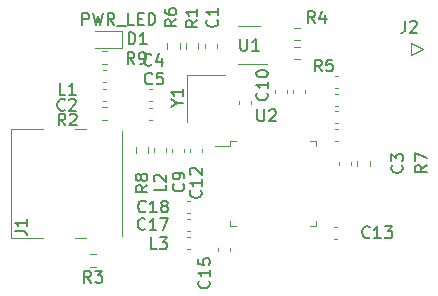
<source format=gto>
G04 #@! TF.GenerationSoftware,KiCad,Pcbnew,(5.1.8-0-10_14)*
G04 #@! TF.CreationDate,2021-07-18T19:29:47+09:00*
G04 #@! TF.ProjectId,ft2232_jtag_tap,66743232-3332-45f6-9a74-61675f746170,rev?*
G04 #@! TF.SameCoordinates,Original*
G04 #@! TF.FileFunction,Legend,Top*
G04 #@! TF.FilePolarity,Positive*
%FSLAX46Y46*%
G04 Gerber Fmt 4.6, Leading zero omitted, Abs format (unit mm)*
G04 Created by KiCad (PCBNEW (5.1.8-0-10_14)) date 2021-07-18 19:29:47*
%MOMM*%
%LPD*%
G01*
G04 APERTURE LIST*
%ADD10C,0.150000*%
%ADD11C,0.120000*%
G04 APERTURE END LIST*
D10*
X56298571Y-101562380D02*
X56298571Y-100562380D01*
X56679523Y-100562380D01*
X56774761Y-100610000D01*
X56822380Y-100657619D01*
X56870000Y-100752857D01*
X56870000Y-100895714D01*
X56822380Y-100990952D01*
X56774761Y-101038571D01*
X56679523Y-101086190D01*
X56298571Y-101086190D01*
X57203333Y-100562380D02*
X57441428Y-101562380D01*
X57631904Y-100848095D01*
X57822380Y-101562380D01*
X58060476Y-100562380D01*
X59012857Y-101562380D02*
X58679523Y-101086190D01*
X58441428Y-101562380D02*
X58441428Y-100562380D01*
X58822380Y-100562380D01*
X58917619Y-100610000D01*
X58965238Y-100657619D01*
X59012857Y-100752857D01*
X59012857Y-100895714D01*
X58965238Y-100990952D01*
X58917619Y-101038571D01*
X58822380Y-101086190D01*
X58441428Y-101086190D01*
X59203333Y-101657619D02*
X59965238Y-101657619D01*
X60679523Y-101562380D02*
X60203333Y-101562380D01*
X60203333Y-100562380D01*
X61012857Y-101038571D02*
X61346190Y-101038571D01*
X61489047Y-101562380D02*
X61012857Y-101562380D01*
X61012857Y-100562380D01*
X61489047Y-100562380D01*
X61917619Y-101562380D02*
X61917619Y-100562380D01*
X62155714Y-100562380D01*
X62298571Y-100610000D01*
X62393809Y-100705238D01*
X62441428Y-100800476D01*
X62489047Y-100990952D01*
X62489047Y-101133809D01*
X62441428Y-101324285D01*
X62393809Y-101419523D01*
X62298571Y-101514761D01*
X62155714Y-101562380D01*
X61917619Y-101562380D01*
D11*
X84150000Y-104070000D02*
X85150000Y-103570000D01*
X84150000Y-103070000D02*
X84150000Y-104070000D01*
X85150000Y-103570000D02*
X84150000Y-103070000D01*
X64544500Y-103102742D02*
X64544500Y-103577258D01*
X63499500Y-103102742D02*
X63499500Y-103577258D01*
X66124500Y-103102742D02*
X66124500Y-103577258D01*
X65079500Y-103102742D02*
X65079500Y-103577258D01*
X67670000Y-103490580D02*
X67670000Y-103209420D01*
X66650000Y-103490580D02*
X66650000Y-103209420D01*
X57370000Y-103525000D02*
X59655000Y-103525000D01*
X59655000Y-103525000D02*
X59655000Y-102055000D01*
X59655000Y-102055000D02*
X57370000Y-102055000D01*
X50270000Y-110405000D02*
X50270000Y-119595000D01*
X59680000Y-110525000D02*
X59680000Y-119475000D01*
X53000000Y-119595000D02*
X50270000Y-119595000D01*
X53000000Y-110405000D02*
X50270000Y-110405000D01*
X56600000Y-119595000D02*
X55700000Y-119595000D01*
X56600000Y-110405000D02*
X55700000Y-110405000D01*
X71310000Y-101630000D02*
X69510000Y-101630000D01*
X69510000Y-104850000D02*
X71960000Y-104850000D01*
X68370000Y-105820000D02*
X65170000Y-105820000D01*
X65170000Y-105820000D02*
X65170000Y-109820000D01*
X75610000Y-118600000D02*
X76060000Y-118600000D01*
X76060000Y-118600000D02*
X76060000Y-118150000D01*
X69290000Y-118600000D02*
X68840000Y-118600000D01*
X68840000Y-118600000D02*
X68840000Y-118150000D01*
X75610000Y-111380000D02*
X76060000Y-111380000D01*
X76060000Y-111380000D02*
X76060000Y-111830000D01*
X69290000Y-111380000D02*
X68840000Y-111380000D01*
X68840000Y-111380000D02*
X68840000Y-111830000D01*
X68840000Y-111830000D02*
X67550000Y-111830000D01*
X57942742Y-103807500D02*
X58417258Y-103807500D01*
X57942742Y-104852500D02*
X58417258Y-104852500D01*
X61862500Y-111932742D02*
X61862500Y-112407258D01*
X60817500Y-111932742D02*
X60817500Y-112407258D01*
X79587500Y-113537258D02*
X79587500Y-113062742D01*
X80632500Y-113537258D02*
X80632500Y-113062742D01*
X74687258Y-102852500D02*
X74212742Y-102852500D01*
X74687258Y-101807500D02*
X74212742Y-101807500D01*
X74212742Y-103407500D02*
X74687258Y-103407500D01*
X74212742Y-104452500D02*
X74687258Y-104452500D01*
X57437258Y-122022500D02*
X56962742Y-122022500D01*
X57437258Y-120977500D02*
X56962742Y-120977500D01*
X58417258Y-109592500D02*
X57942742Y-109592500D01*
X58417258Y-108547500D02*
X57942742Y-108547500D01*
X65452779Y-120520000D02*
X65127221Y-120520000D01*
X65452779Y-119500000D02*
X65127221Y-119500000D01*
X62370000Y-112332779D02*
X62370000Y-112007221D01*
X63390000Y-112332779D02*
X63390000Y-112007221D01*
X58342779Y-106380000D02*
X58017221Y-106380000D01*
X58342779Y-105360000D02*
X58017221Y-105360000D01*
X65440580Y-117450000D02*
X65159420Y-117450000D01*
X65440580Y-116430000D02*
X65159420Y-116430000D01*
X65440580Y-118980000D02*
X65159420Y-118980000D01*
X65440580Y-117960000D02*
X65159420Y-117960000D01*
X77657420Y-110376000D02*
X77938580Y-110376000D01*
X77657420Y-111396000D02*
X77938580Y-111396000D01*
X68790000Y-120439420D02*
X68790000Y-120720580D01*
X67770000Y-120439420D02*
X67770000Y-120720580D01*
X77657420Y-105876000D02*
X77938580Y-105876000D01*
X77657420Y-106896000D02*
X77938580Y-106896000D01*
X77619420Y-118650000D02*
X77900580Y-118650000D01*
X77619420Y-119670000D02*
X77900580Y-119670000D01*
X65440000Y-112310580D02*
X65440000Y-112029420D01*
X66460000Y-112310580D02*
X66460000Y-112029420D01*
X77657420Y-107376000D02*
X77938580Y-107376000D01*
X77657420Y-108396000D02*
X77938580Y-108396000D01*
X69594000Y-108270580D02*
X69594000Y-107989420D01*
X70614000Y-108270580D02*
X70614000Y-107989420D01*
X63900000Y-112310580D02*
X63900000Y-112029420D01*
X64920000Y-112310580D02*
X64920000Y-112029420D01*
X73662000Y-107328580D02*
X73662000Y-107047420D01*
X72642000Y-107328580D02*
X72642000Y-107047420D01*
X77657420Y-108876000D02*
X77938580Y-108876000D01*
X77657420Y-109896000D02*
X77938580Y-109896000D01*
X75186000Y-107328580D02*
X75186000Y-107047420D01*
X74166000Y-107328580D02*
X74166000Y-107047420D01*
X62230580Y-109590000D02*
X61949420Y-109590000D01*
X62230580Y-108570000D02*
X61949420Y-108570000D01*
X62230580Y-107990000D02*
X61949420Y-107990000D01*
X62230580Y-106970000D02*
X61949420Y-106970000D01*
X78060000Y-113440580D02*
X78060000Y-113159420D01*
X79080000Y-113440580D02*
X79080000Y-113159420D01*
X58039420Y-106960000D02*
X58320580Y-106960000D01*
X58039420Y-107980000D02*
X58320580Y-107980000D01*
D10*
X83626666Y-101222380D02*
X83626666Y-101936666D01*
X83579047Y-102079523D01*
X83483809Y-102174761D01*
X83340952Y-102222380D01*
X83245714Y-102222380D01*
X84055238Y-101317619D02*
X84102857Y-101270000D01*
X84198095Y-101222380D01*
X84436190Y-101222380D01*
X84531428Y-101270000D01*
X84579047Y-101317619D01*
X84626666Y-101412857D01*
X84626666Y-101508095D01*
X84579047Y-101650952D01*
X84007619Y-102222380D01*
X84626666Y-102222380D01*
X64254380Y-101096666D02*
X63778190Y-101430000D01*
X64254380Y-101668095D02*
X63254380Y-101668095D01*
X63254380Y-101287142D01*
X63302000Y-101191904D01*
X63349619Y-101144285D01*
X63444857Y-101096666D01*
X63587714Y-101096666D01*
X63682952Y-101144285D01*
X63730571Y-101191904D01*
X63778190Y-101287142D01*
X63778190Y-101668095D01*
X63254380Y-100239523D02*
X63254380Y-100430000D01*
X63302000Y-100525238D01*
X63349619Y-100572857D01*
X63492476Y-100668095D01*
X63682952Y-100715714D01*
X64063904Y-100715714D01*
X64159142Y-100668095D01*
X64206761Y-100620476D01*
X64254380Y-100525238D01*
X64254380Y-100334761D01*
X64206761Y-100239523D01*
X64159142Y-100191904D01*
X64063904Y-100144285D01*
X63825809Y-100144285D01*
X63730571Y-100191904D01*
X63682952Y-100239523D01*
X63635333Y-100334761D01*
X63635333Y-100525238D01*
X63682952Y-100620476D01*
X63730571Y-100668095D01*
X63825809Y-100715714D01*
X66034380Y-101146666D02*
X65558190Y-101480000D01*
X66034380Y-101718095D02*
X65034380Y-101718095D01*
X65034380Y-101337142D01*
X65082000Y-101241904D01*
X65129619Y-101194285D01*
X65224857Y-101146666D01*
X65367714Y-101146666D01*
X65462952Y-101194285D01*
X65510571Y-101241904D01*
X65558190Y-101337142D01*
X65558190Y-101718095D01*
X66034380Y-100194285D02*
X66034380Y-100765714D01*
X66034380Y-100480000D02*
X65034380Y-100480000D01*
X65177238Y-100575238D01*
X65272476Y-100670476D01*
X65320095Y-100765714D01*
X67697142Y-101106666D02*
X67744761Y-101154285D01*
X67792380Y-101297142D01*
X67792380Y-101392380D01*
X67744761Y-101535238D01*
X67649523Y-101630476D01*
X67554285Y-101678095D01*
X67363809Y-101725714D01*
X67220952Y-101725714D01*
X67030476Y-101678095D01*
X66935238Y-101630476D01*
X66840000Y-101535238D01*
X66792380Y-101392380D01*
X66792380Y-101297142D01*
X66840000Y-101154285D01*
X66887619Y-101106666D01*
X67792380Y-100154285D02*
X67792380Y-100725714D01*
X67792380Y-100440000D02*
X66792380Y-100440000D01*
X66935238Y-100535238D01*
X67030476Y-100630476D01*
X67078095Y-100725714D01*
X60221904Y-103202380D02*
X60221904Y-102202380D01*
X60460000Y-102202380D01*
X60602857Y-102250000D01*
X60698095Y-102345238D01*
X60745714Y-102440476D01*
X60793333Y-102630952D01*
X60793333Y-102773809D01*
X60745714Y-102964285D01*
X60698095Y-103059523D01*
X60602857Y-103154761D01*
X60460000Y-103202380D01*
X60221904Y-103202380D01*
X61745714Y-103202380D02*
X61174285Y-103202380D01*
X61460000Y-103202380D02*
X61460000Y-102202380D01*
X61364761Y-102345238D01*
X61269523Y-102440476D01*
X61174285Y-102488095D01*
X50602380Y-119008333D02*
X51316666Y-119008333D01*
X51459523Y-119055952D01*
X51554761Y-119151190D01*
X51602380Y-119294047D01*
X51602380Y-119389285D01*
X51602380Y-118008333D02*
X51602380Y-118579761D01*
X51602380Y-118294047D02*
X50602380Y-118294047D01*
X50745238Y-118389285D01*
X50840476Y-118484523D01*
X50888095Y-118579761D01*
X69678095Y-102732380D02*
X69678095Y-103541904D01*
X69725714Y-103637142D01*
X69773333Y-103684761D01*
X69868571Y-103732380D01*
X70059047Y-103732380D01*
X70154285Y-103684761D01*
X70201904Y-103637142D01*
X70249523Y-103541904D01*
X70249523Y-102732380D01*
X71249523Y-103732380D02*
X70678095Y-103732380D01*
X70963809Y-103732380D02*
X70963809Y-102732380D01*
X70868571Y-102875238D01*
X70773333Y-102970476D01*
X70678095Y-103018095D01*
X64336190Y-108186190D02*
X64812380Y-108186190D01*
X63812380Y-108519523D02*
X64336190Y-108186190D01*
X63812380Y-107852857D01*
X64812380Y-106995714D02*
X64812380Y-107567142D01*
X64812380Y-107281428D02*
X63812380Y-107281428D01*
X63955238Y-107376666D01*
X64050476Y-107471904D01*
X64098095Y-107567142D01*
X71128095Y-108722380D02*
X71128095Y-109531904D01*
X71175714Y-109627142D01*
X71223333Y-109674761D01*
X71318571Y-109722380D01*
X71509047Y-109722380D01*
X71604285Y-109674761D01*
X71651904Y-109627142D01*
X71699523Y-109531904D01*
X71699523Y-108722380D01*
X72128095Y-108817619D02*
X72175714Y-108770000D01*
X72270952Y-108722380D01*
X72509047Y-108722380D01*
X72604285Y-108770000D01*
X72651904Y-108817619D01*
X72699523Y-108912857D01*
X72699523Y-109008095D01*
X72651904Y-109150952D01*
X72080476Y-109722380D01*
X72699523Y-109722380D01*
X60703333Y-104852380D02*
X60370000Y-104376190D01*
X60131904Y-104852380D02*
X60131904Y-103852380D01*
X60512857Y-103852380D01*
X60608095Y-103900000D01*
X60655714Y-103947619D01*
X60703333Y-104042857D01*
X60703333Y-104185714D01*
X60655714Y-104280952D01*
X60608095Y-104328571D01*
X60512857Y-104376190D01*
X60131904Y-104376190D01*
X61179523Y-104852380D02*
X61370000Y-104852380D01*
X61465238Y-104804761D01*
X61512857Y-104757142D01*
X61608095Y-104614285D01*
X61655714Y-104423809D01*
X61655714Y-104042857D01*
X61608095Y-103947619D01*
X61560476Y-103900000D01*
X61465238Y-103852380D01*
X61274761Y-103852380D01*
X61179523Y-103900000D01*
X61131904Y-103947619D01*
X61084285Y-104042857D01*
X61084285Y-104280952D01*
X61131904Y-104376190D01*
X61179523Y-104423809D01*
X61274761Y-104471428D01*
X61465238Y-104471428D01*
X61560476Y-104423809D01*
X61608095Y-104376190D01*
X61655714Y-104280952D01*
X61812380Y-115126666D02*
X61336190Y-115460000D01*
X61812380Y-115698095D02*
X60812380Y-115698095D01*
X60812380Y-115317142D01*
X60860000Y-115221904D01*
X60907619Y-115174285D01*
X61002857Y-115126666D01*
X61145714Y-115126666D01*
X61240952Y-115174285D01*
X61288571Y-115221904D01*
X61336190Y-115317142D01*
X61336190Y-115698095D01*
X61240952Y-114555238D02*
X61193333Y-114650476D01*
X61145714Y-114698095D01*
X61050476Y-114745714D01*
X61002857Y-114745714D01*
X60907619Y-114698095D01*
X60860000Y-114650476D01*
X60812380Y-114555238D01*
X60812380Y-114364761D01*
X60860000Y-114269523D01*
X60907619Y-114221904D01*
X61002857Y-114174285D01*
X61050476Y-114174285D01*
X61145714Y-114221904D01*
X61193333Y-114269523D01*
X61240952Y-114364761D01*
X61240952Y-114555238D01*
X61288571Y-114650476D01*
X61336190Y-114698095D01*
X61431428Y-114745714D01*
X61621904Y-114745714D01*
X61717142Y-114698095D01*
X61764761Y-114650476D01*
X61812380Y-114555238D01*
X61812380Y-114364761D01*
X61764761Y-114269523D01*
X61717142Y-114221904D01*
X61621904Y-114174285D01*
X61431428Y-114174285D01*
X61336190Y-114221904D01*
X61288571Y-114269523D01*
X61240952Y-114364761D01*
X85452380Y-113426666D02*
X84976190Y-113760000D01*
X85452380Y-113998095D02*
X84452380Y-113998095D01*
X84452380Y-113617142D01*
X84500000Y-113521904D01*
X84547619Y-113474285D01*
X84642857Y-113426666D01*
X84785714Y-113426666D01*
X84880952Y-113474285D01*
X84928571Y-113521904D01*
X84976190Y-113617142D01*
X84976190Y-113998095D01*
X84452380Y-113093333D02*
X84452380Y-112426666D01*
X85452380Y-112855238D01*
X76573333Y-105502380D02*
X76240000Y-105026190D01*
X76001904Y-105502380D02*
X76001904Y-104502380D01*
X76382857Y-104502380D01*
X76478095Y-104550000D01*
X76525714Y-104597619D01*
X76573333Y-104692857D01*
X76573333Y-104835714D01*
X76525714Y-104930952D01*
X76478095Y-104978571D01*
X76382857Y-105026190D01*
X76001904Y-105026190D01*
X77478095Y-104502380D02*
X77001904Y-104502380D01*
X76954285Y-104978571D01*
X77001904Y-104930952D01*
X77097142Y-104883333D01*
X77335238Y-104883333D01*
X77430476Y-104930952D01*
X77478095Y-104978571D01*
X77525714Y-105073809D01*
X77525714Y-105311904D01*
X77478095Y-105407142D01*
X77430476Y-105454761D01*
X77335238Y-105502380D01*
X77097142Y-105502380D01*
X77001904Y-105454761D01*
X76954285Y-105407142D01*
X75973333Y-101402380D02*
X75640000Y-100926190D01*
X75401904Y-101402380D02*
X75401904Y-100402380D01*
X75782857Y-100402380D01*
X75878095Y-100450000D01*
X75925714Y-100497619D01*
X75973333Y-100592857D01*
X75973333Y-100735714D01*
X75925714Y-100830952D01*
X75878095Y-100878571D01*
X75782857Y-100926190D01*
X75401904Y-100926190D01*
X76830476Y-100735714D02*
X76830476Y-101402380D01*
X76592380Y-100354761D02*
X76354285Y-101069047D01*
X76973333Y-101069047D01*
X57033333Y-123382380D02*
X56700000Y-122906190D01*
X56461904Y-123382380D02*
X56461904Y-122382380D01*
X56842857Y-122382380D01*
X56938095Y-122430000D01*
X56985714Y-122477619D01*
X57033333Y-122572857D01*
X57033333Y-122715714D01*
X56985714Y-122810952D01*
X56938095Y-122858571D01*
X56842857Y-122906190D01*
X56461904Y-122906190D01*
X57366666Y-122382380D02*
X57985714Y-122382380D01*
X57652380Y-122763333D01*
X57795238Y-122763333D01*
X57890476Y-122810952D01*
X57938095Y-122858571D01*
X57985714Y-122953809D01*
X57985714Y-123191904D01*
X57938095Y-123287142D01*
X57890476Y-123334761D01*
X57795238Y-123382380D01*
X57509523Y-123382380D01*
X57414285Y-123334761D01*
X57366666Y-123287142D01*
X54863333Y-110072380D02*
X54530000Y-109596190D01*
X54291904Y-110072380D02*
X54291904Y-109072380D01*
X54672857Y-109072380D01*
X54768095Y-109120000D01*
X54815714Y-109167619D01*
X54863333Y-109262857D01*
X54863333Y-109405714D01*
X54815714Y-109500952D01*
X54768095Y-109548571D01*
X54672857Y-109596190D01*
X54291904Y-109596190D01*
X55244285Y-109167619D02*
X55291904Y-109120000D01*
X55387142Y-109072380D01*
X55625238Y-109072380D01*
X55720476Y-109120000D01*
X55768095Y-109167619D01*
X55815714Y-109262857D01*
X55815714Y-109358095D01*
X55768095Y-109500952D01*
X55196666Y-110072380D01*
X55815714Y-110072380D01*
X62603333Y-120552380D02*
X62127142Y-120552380D01*
X62127142Y-119552380D01*
X62841428Y-119552380D02*
X63460476Y-119552380D01*
X63127142Y-119933333D01*
X63270000Y-119933333D01*
X63365238Y-119980952D01*
X63412857Y-120028571D01*
X63460476Y-120123809D01*
X63460476Y-120361904D01*
X63412857Y-120457142D01*
X63365238Y-120504761D01*
X63270000Y-120552380D01*
X62984285Y-120552380D01*
X62889047Y-120504761D01*
X62841428Y-120457142D01*
X63352380Y-115096666D02*
X63352380Y-115572857D01*
X62352380Y-115572857D01*
X62447619Y-114810952D02*
X62400000Y-114763333D01*
X62352380Y-114668095D01*
X62352380Y-114430000D01*
X62400000Y-114334761D01*
X62447619Y-114287142D01*
X62542857Y-114239523D01*
X62638095Y-114239523D01*
X62780952Y-114287142D01*
X63352380Y-114858571D01*
X63352380Y-114239523D01*
X54863333Y-107472380D02*
X54387142Y-107472380D01*
X54387142Y-106472380D01*
X55720476Y-107472380D02*
X55149047Y-107472380D01*
X55434761Y-107472380D02*
X55434761Y-106472380D01*
X55339523Y-106615238D01*
X55244285Y-106710476D01*
X55149047Y-106758095D01*
X61647142Y-117347142D02*
X61599523Y-117394761D01*
X61456666Y-117442380D01*
X61361428Y-117442380D01*
X61218571Y-117394761D01*
X61123333Y-117299523D01*
X61075714Y-117204285D01*
X61028095Y-117013809D01*
X61028095Y-116870952D01*
X61075714Y-116680476D01*
X61123333Y-116585238D01*
X61218571Y-116490000D01*
X61361428Y-116442380D01*
X61456666Y-116442380D01*
X61599523Y-116490000D01*
X61647142Y-116537619D01*
X62599523Y-117442380D02*
X62028095Y-117442380D01*
X62313809Y-117442380D02*
X62313809Y-116442380D01*
X62218571Y-116585238D01*
X62123333Y-116680476D01*
X62028095Y-116728095D01*
X63170952Y-116870952D02*
X63075714Y-116823333D01*
X63028095Y-116775714D01*
X62980476Y-116680476D01*
X62980476Y-116632857D01*
X63028095Y-116537619D01*
X63075714Y-116490000D01*
X63170952Y-116442380D01*
X63361428Y-116442380D01*
X63456666Y-116490000D01*
X63504285Y-116537619D01*
X63551904Y-116632857D01*
X63551904Y-116680476D01*
X63504285Y-116775714D01*
X63456666Y-116823333D01*
X63361428Y-116870952D01*
X63170952Y-116870952D01*
X63075714Y-116918571D01*
X63028095Y-116966190D01*
X62980476Y-117061428D01*
X62980476Y-117251904D01*
X63028095Y-117347142D01*
X63075714Y-117394761D01*
X63170952Y-117442380D01*
X63361428Y-117442380D01*
X63456666Y-117394761D01*
X63504285Y-117347142D01*
X63551904Y-117251904D01*
X63551904Y-117061428D01*
X63504285Y-116966190D01*
X63456666Y-116918571D01*
X63361428Y-116870952D01*
X61617142Y-118827142D02*
X61569523Y-118874761D01*
X61426666Y-118922380D01*
X61331428Y-118922380D01*
X61188571Y-118874761D01*
X61093333Y-118779523D01*
X61045714Y-118684285D01*
X60998095Y-118493809D01*
X60998095Y-118350952D01*
X61045714Y-118160476D01*
X61093333Y-118065238D01*
X61188571Y-117970000D01*
X61331428Y-117922380D01*
X61426666Y-117922380D01*
X61569523Y-117970000D01*
X61617142Y-118017619D01*
X62569523Y-118922380D02*
X61998095Y-118922380D01*
X62283809Y-118922380D02*
X62283809Y-117922380D01*
X62188571Y-118065238D01*
X62093333Y-118160476D01*
X61998095Y-118208095D01*
X62902857Y-117922380D02*
X63569523Y-117922380D01*
X63140952Y-118922380D01*
X66997142Y-123222857D02*
X67044761Y-123270476D01*
X67092380Y-123413333D01*
X67092380Y-123508571D01*
X67044761Y-123651428D01*
X66949523Y-123746666D01*
X66854285Y-123794285D01*
X66663809Y-123841904D01*
X66520952Y-123841904D01*
X66330476Y-123794285D01*
X66235238Y-123746666D01*
X66140000Y-123651428D01*
X66092380Y-123508571D01*
X66092380Y-123413333D01*
X66140000Y-123270476D01*
X66187619Y-123222857D01*
X67092380Y-122270476D02*
X67092380Y-122841904D01*
X67092380Y-122556190D02*
X66092380Y-122556190D01*
X66235238Y-122651428D01*
X66330476Y-122746666D01*
X66378095Y-122841904D01*
X66092380Y-121365714D02*
X66092380Y-121841904D01*
X66568571Y-121889523D01*
X66520952Y-121841904D01*
X66473333Y-121746666D01*
X66473333Y-121508571D01*
X66520952Y-121413333D01*
X66568571Y-121365714D01*
X66663809Y-121318095D01*
X66901904Y-121318095D01*
X66997142Y-121365714D01*
X67044761Y-121413333D01*
X67092380Y-121508571D01*
X67092380Y-121746666D01*
X67044761Y-121841904D01*
X66997142Y-121889523D01*
X80617142Y-119517142D02*
X80569523Y-119564761D01*
X80426666Y-119612380D01*
X80331428Y-119612380D01*
X80188571Y-119564761D01*
X80093333Y-119469523D01*
X80045714Y-119374285D01*
X79998095Y-119183809D01*
X79998095Y-119040952D01*
X80045714Y-118850476D01*
X80093333Y-118755238D01*
X80188571Y-118660000D01*
X80331428Y-118612380D01*
X80426666Y-118612380D01*
X80569523Y-118660000D01*
X80617142Y-118707619D01*
X81569523Y-119612380D02*
X80998095Y-119612380D01*
X81283809Y-119612380D02*
X81283809Y-118612380D01*
X81188571Y-118755238D01*
X81093333Y-118850476D01*
X80998095Y-118898095D01*
X81902857Y-118612380D02*
X82521904Y-118612380D01*
X82188571Y-118993333D01*
X82331428Y-118993333D01*
X82426666Y-119040952D01*
X82474285Y-119088571D01*
X82521904Y-119183809D01*
X82521904Y-119421904D01*
X82474285Y-119517142D01*
X82426666Y-119564761D01*
X82331428Y-119612380D01*
X82045714Y-119612380D01*
X81950476Y-119564761D01*
X81902857Y-119517142D01*
X66307142Y-115572857D02*
X66354761Y-115620476D01*
X66402380Y-115763333D01*
X66402380Y-115858571D01*
X66354761Y-116001428D01*
X66259523Y-116096666D01*
X66164285Y-116144285D01*
X65973809Y-116191904D01*
X65830952Y-116191904D01*
X65640476Y-116144285D01*
X65545238Y-116096666D01*
X65450000Y-116001428D01*
X65402380Y-115858571D01*
X65402380Y-115763333D01*
X65450000Y-115620476D01*
X65497619Y-115572857D01*
X66402380Y-114620476D02*
X66402380Y-115191904D01*
X66402380Y-114906190D02*
X65402380Y-114906190D01*
X65545238Y-115001428D01*
X65640476Y-115096666D01*
X65688095Y-115191904D01*
X65497619Y-114239523D02*
X65450000Y-114191904D01*
X65402380Y-114096666D01*
X65402380Y-113858571D01*
X65450000Y-113763333D01*
X65497619Y-113715714D01*
X65592857Y-113668095D01*
X65688095Y-113668095D01*
X65830952Y-113715714D01*
X66402380Y-114287142D01*
X66402380Y-113668095D01*
X71927142Y-107312857D02*
X71974761Y-107360476D01*
X72022380Y-107503333D01*
X72022380Y-107598571D01*
X71974761Y-107741428D01*
X71879523Y-107836666D01*
X71784285Y-107884285D01*
X71593809Y-107931904D01*
X71450952Y-107931904D01*
X71260476Y-107884285D01*
X71165238Y-107836666D01*
X71070000Y-107741428D01*
X71022380Y-107598571D01*
X71022380Y-107503333D01*
X71070000Y-107360476D01*
X71117619Y-107312857D01*
X72022380Y-106360476D02*
X72022380Y-106931904D01*
X72022380Y-106646190D02*
X71022380Y-106646190D01*
X71165238Y-106741428D01*
X71260476Y-106836666D01*
X71308095Y-106931904D01*
X71022380Y-105741428D02*
X71022380Y-105646190D01*
X71070000Y-105550952D01*
X71117619Y-105503333D01*
X71212857Y-105455714D01*
X71403333Y-105408095D01*
X71641428Y-105408095D01*
X71831904Y-105455714D01*
X71927142Y-105503333D01*
X71974761Y-105550952D01*
X72022380Y-105646190D01*
X72022380Y-105741428D01*
X71974761Y-105836666D01*
X71927142Y-105884285D01*
X71831904Y-105931904D01*
X71641428Y-105979523D01*
X71403333Y-105979523D01*
X71212857Y-105931904D01*
X71117619Y-105884285D01*
X71070000Y-105836666D01*
X71022380Y-105741428D01*
X64847142Y-115016666D02*
X64894761Y-115064285D01*
X64942380Y-115207142D01*
X64942380Y-115302380D01*
X64894761Y-115445238D01*
X64799523Y-115540476D01*
X64704285Y-115588095D01*
X64513809Y-115635714D01*
X64370952Y-115635714D01*
X64180476Y-115588095D01*
X64085238Y-115540476D01*
X63990000Y-115445238D01*
X63942380Y-115302380D01*
X63942380Y-115207142D01*
X63990000Y-115064285D01*
X64037619Y-115016666D01*
X64942380Y-114540476D02*
X64942380Y-114350000D01*
X64894761Y-114254761D01*
X64847142Y-114207142D01*
X64704285Y-114111904D01*
X64513809Y-114064285D01*
X64132857Y-114064285D01*
X64037619Y-114111904D01*
X63990000Y-114159523D01*
X63942380Y-114254761D01*
X63942380Y-114445238D01*
X63990000Y-114540476D01*
X64037619Y-114588095D01*
X64132857Y-114635714D01*
X64370952Y-114635714D01*
X64466190Y-114588095D01*
X64513809Y-114540476D01*
X64561428Y-114445238D01*
X64561428Y-114254761D01*
X64513809Y-114159523D01*
X64466190Y-114111904D01*
X64370952Y-114064285D01*
X62203333Y-106507142D02*
X62155714Y-106554761D01*
X62012857Y-106602380D01*
X61917619Y-106602380D01*
X61774761Y-106554761D01*
X61679523Y-106459523D01*
X61631904Y-106364285D01*
X61584285Y-106173809D01*
X61584285Y-106030952D01*
X61631904Y-105840476D01*
X61679523Y-105745238D01*
X61774761Y-105650000D01*
X61917619Y-105602380D01*
X62012857Y-105602380D01*
X62155714Y-105650000D01*
X62203333Y-105697619D01*
X63108095Y-105602380D02*
X62631904Y-105602380D01*
X62584285Y-106078571D01*
X62631904Y-106030952D01*
X62727142Y-105983333D01*
X62965238Y-105983333D01*
X63060476Y-106030952D01*
X63108095Y-106078571D01*
X63155714Y-106173809D01*
X63155714Y-106411904D01*
X63108095Y-106507142D01*
X63060476Y-106554761D01*
X62965238Y-106602380D01*
X62727142Y-106602380D01*
X62631904Y-106554761D01*
X62584285Y-106507142D01*
X62153333Y-104907142D02*
X62105714Y-104954761D01*
X61962857Y-105002380D01*
X61867619Y-105002380D01*
X61724761Y-104954761D01*
X61629523Y-104859523D01*
X61581904Y-104764285D01*
X61534285Y-104573809D01*
X61534285Y-104430952D01*
X61581904Y-104240476D01*
X61629523Y-104145238D01*
X61724761Y-104050000D01*
X61867619Y-104002380D01*
X61962857Y-104002380D01*
X62105714Y-104050000D01*
X62153333Y-104097619D01*
X63010476Y-104335714D02*
X63010476Y-105002380D01*
X62772380Y-103954761D02*
X62534285Y-104669047D01*
X63153333Y-104669047D01*
X83347142Y-113456666D02*
X83394761Y-113504285D01*
X83442380Y-113647142D01*
X83442380Y-113742380D01*
X83394761Y-113885238D01*
X83299523Y-113980476D01*
X83204285Y-114028095D01*
X83013809Y-114075714D01*
X82870952Y-114075714D01*
X82680476Y-114028095D01*
X82585238Y-113980476D01*
X82490000Y-113885238D01*
X82442380Y-113742380D01*
X82442380Y-113647142D01*
X82490000Y-113504285D01*
X82537619Y-113456666D01*
X82442380Y-113123333D02*
X82442380Y-112504285D01*
X82823333Y-112837619D01*
X82823333Y-112694761D01*
X82870952Y-112599523D01*
X82918571Y-112551904D01*
X83013809Y-112504285D01*
X83251904Y-112504285D01*
X83347142Y-112551904D01*
X83394761Y-112599523D01*
X83442380Y-112694761D01*
X83442380Y-112980476D01*
X83394761Y-113075714D01*
X83347142Y-113123333D01*
X54813333Y-108727142D02*
X54765714Y-108774761D01*
X54622857Y-108822380D01*
X54527619Y-108822380D01*
X54384761Y-108774761D01*
X54289523Y-108679523D01*
X54241904Y-108584285D01*
X54194285Y-108393809D01*
X54194285Y-108250952D01*
X54241904Y-108060476D01*
X54289523Y-107965238D01*
X54384761Y-107870000D01*
X54527619Y-107822380D01*
X54622857Y-107822380D01*
X54765714Y-107870000D01*
X54813333Y-107917619D01*
X55194285Y-107917619D02*
X55241904Y-107870000D01*
X55337142Y-107822380D01*
X55575238Y-107822380D01*
X55670476Y-107870000D01*
X55718095Y-107917619D01*
X55765714Y-108012857D01*
X55765714Y-108108095D01*
X55718095Y-108250952D01*
X55146666Y-108822380D01*
X55765714Y-108822380D01*
M02*

</source>
